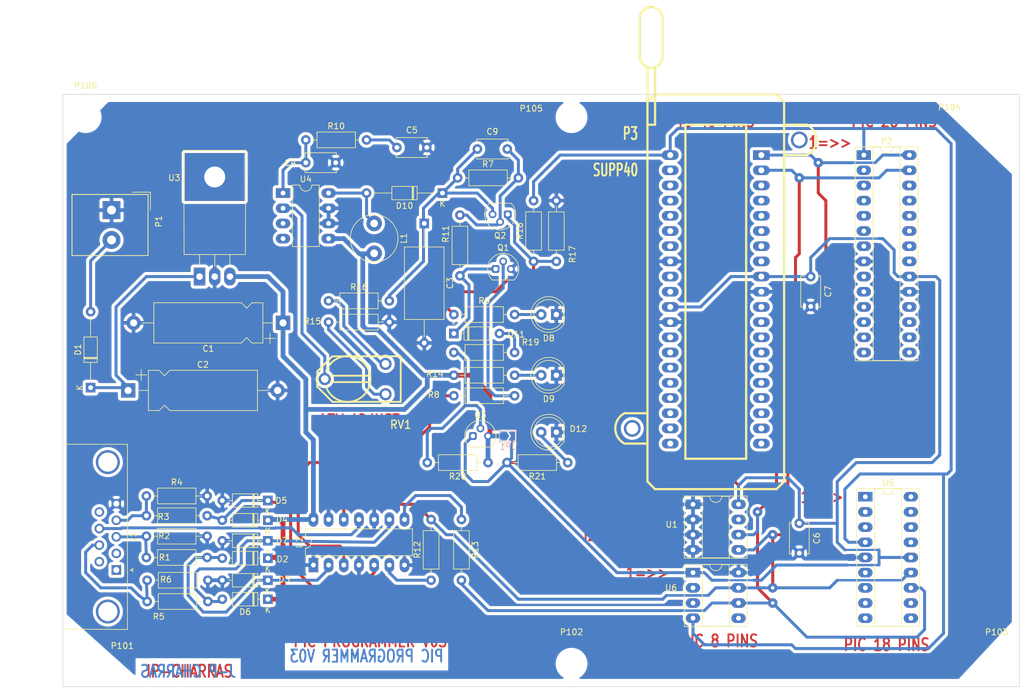
<source format=kicad_pcb>
(kicad_pcb (version 20210807) (generator pcbnew)
  (title_block (title "SERIAL PIC PROGRAMMER"))
  (layers (0 "F.Cu" signal "top_layer") (31 "B.Cu" signal "bottom_layer") (34 "B.Paste" user) (35 "F.Paste" user) (36 "B.SilkS" user "B.Silkscreen") (37 "F.SilkS" user "F.Silkscreen") (38 "B.Mask" user) (39 "F.Mask" user) (44 "Edge.Cuts" user))
  (net 0 "")
  (net 1 "/PC-CLOCK-OUT")
  (net 2 "GND")
  (net 3 "Net-(C2-Pad1)")
  (net 4 "Net-(C4-Pad1)")
  (net 5 "Net-(C5-Pad1)")
  (net 6 "Net-(C9-Pad2)")
  (net 7 "Net-(D11-Pad1)")
  (net 8 "Net-(D11-Pad2)")
  (net 9 "Net-(Q1-Pad2)")
  (net 10 "Net-(Q3-Pad2)")
  (net 11 "Net-(R12-Pad1)")
  (net 12 "Net-(R13-Pad1)")
  (net 13 "Net-(R15-Pad1)")
  (net 14 "Net-(R16-Pad1)")
  (net 15 "Net-(R8-Pad1)")
  (net 16 "Net-(RV1-Pad2)")
  (net 17 "VCC")
  (net 18 "VPP")
  (net 19 "Net-(D1-Pad2)")
  (net 20 "Net-(D4-Pad2)")
  (net 21 "Net-(D8-Pad2)")
  (net 22 "Net-(D9-Pad2)")
  (net 23 "Net-(D12-Pad2)")
  (net 24 "/pic_sockets/VCC_PIC")
  (net 25 "/CLOCK-RB6")
  (net 26 "/DATA-RB7")
  (net 27 "Net-(D2-Pad2)")
  (net 28 "Net-(D6-Pad2)")
  (net 29 "Net-(D10-Pad2)")
  (net 31 "/PC-DATA-IN")
  (net 32 "/PC-DATA-OUT")
  (net 33 "/VPP_ON")
  (net 34 "Net-(Q2-Pad1)")
  (net 38 "/VPP{slash}MCLR")
  (footprint "Capacitor_THT:CP_Axial_L18.0mm_D6.5mm_P25.00mm_Horizontal" (layer "F.Cu") (at 110.49 78.867 180)
    (fp_text reference "C1")
    (fp_text value "100µF")
  )
  (footprint "Capacitor_THT:CP_Axial_L18.0mm_D6.5mm_P25.00mm_Horizontal" (layer "F.Cu") (at 84.582 90.17)
    (fp_text reference "C2")
    (fp_text value "220uF")
  )
  (footprint "MountingHole:MountingHole_4.3mm_M4" (layer "F.Cu") (at 77.47 135.89)
    (fp_text reference "P101")
    (fp_text value "CONN_1")
  )
  (footprint "MountingHole:MountingHole_4.3mm_M4" (layer "F.Cu") (at 158.75 135.89)
    (fp_text reference "P102")
    (fp_text value "CONN_1")
  )
  (footprint "MountingHole:MountingHole_4.3mm_M4" (layer "F.Cu") (at 229.87 135.89)
    (fp_text reference "P103")
    (fp_text value "CONN_1")
  )
  (footprint "MountingHole:MountingHole_4.3mm_M4" (layer "F.Cu") (at 229.87 44.45)
    (fp_text reference "P104")
    (fp_text value "CONN_1")
  )
  (footprint "MountingHole:MountingHole_4.3mm_M4" (layer "F.Cu") (at 158.75 44.45)
    (fp_text reference "P105")
    (fp_text value "CONN_1")
  )
  (footprint "MountingHole:MountingHole_4.3mm_M4" (layer "F.Cu") (at 77.47 44.45)
    (fp_text reference "P106")
    (fp_text value "CONN_1")
  )
  (footprint "footprints:40tex-Ell600" (layer "F.Cu") (at 175.26 50.8)
    (fp_text reference "P3")
    (fp_text value "SUPP40")
  )
  (footprint "Package_DIP:DIP-8_W7.62mm_Socket_LongPads" (layer "F.Cu") (at 179.07 120.65)
    (fp_text reference "U6")
    (fp_text value "PIC_8_PINS")
  )
  (footprint "Package_DIP:DIP-8_W7.62mm_Socket_LongPads" (layer "F.Cu") (at 179.07 109.22)
    (fp_text reference "U1")
    (fp_text value "24Cxx")
  )
  (footprint "Package_DIP:DIP-8_W7.62mm_LongPads" (layer "F.Cu") (at 110.49 57.15)
    (fp_text reference "U4")
    (fp_text value "LT1373")
  )
  (footprint "Package_DIP:DIP-28_W7.62mm_Socket_LongPads" (layer "F.Cu") (at 207.645 50.8)
    (fp_text reference "P2")
    (fp_text value "SUPP28")
  )
  (footprint "Package_DIP:DIP-18_W7.62mm_Socket_LongPads" (layer "F.Cu") (at 207.899 107.95)
    (fp_text reference "U5")
    (fp_text value "PIC_18_PINS")
  )
  (footprint "Package_DIP:DIP-14_W7.62mm_LongPads" (layer "F.Cu") (at 115.57 119.38 90)
    (fp_text reference "U2")
    (fp_text value "74HC125")
  )
  (footprint "Diode_THT:D_DO-35_SOD27_P7.62mm_Horizontal" (layer "F.Cu") (at 107.95 118.237 180)
    (fp_text reference "D2")
    (fp_text value "BAT43")
  )
  (footprint "Diode_THT:D_DO-35_SOD27_P7.62mm_Horizontal" (layer "F.Cu") (at 107.95 121.92 180)
    (fp_text reference "D3")
    (fp_text value "BAT43")
  )
  (footprint "Diode_THT:D_DO-35_SOD27_P7.62mm_Horizontal" (layer "F.Cu") (at 107.95 111.887 180)
    (fp_text reference "D4")
    (fp_text value "BAT43")
  )
  (footprint "Diode_THT:D_DO-35_SOD27_P7.62mm_Horizontal" (layer "F.Cu") (at 107.95 108.585 180)
    (fp_text reference "D5")
    (fp_text value "BAT43")
  )
  (footprint "Diode_THT:D_DO-35_SOD27_P7.62mm_Horizontal" (layer "F.Cu") (at 139.065 80.645)
    (fp_text reference "D11")
    (fp_text value "BAT43")
  )
  (footprint "Diode_THT:D_DO-35_SOD27_P7.62mm_Horizontal" (layer "F.Cu") (at 107.95 115.316 180)
    (fp_text reference "D7")
    (fp_text value "BAT43")
  )
  (footprint "Diode_THT:D_DO-35_SOD27_P7.62mm_Horizontal" (layer "F.Cu") (at 107.95 125.095 180)
    (fp_text reference "D6")
    (fp_text value "BAT43")
  )
  (footprint "Connector_Dsub:DSUB-9_Female_Horizontal_P2.77x2.84mm_EdgePinOffset7.70mm_Housed_MountingHolesOffset9.12mm" (layer "F.Cu") (at 82.6 120.2 -90)
    (fp_text reference "J1")
    (fp_text value "DB9-FEMAL")
  )
  (footprint "Package_TO_SOT_THT:TO-92" (layer "F.Cu") (at 142.24 97.79)
    (fp_text reference "Q3")
    (fp_text value "BC307")
  )
  (footprint "Package_TO_SOT_THT:TO-92" (layer "F.Cu") (at 148.082 60.706 180)
    (fp_text reference "Q2")
    (fp_text value "BC307")
  )
  (footprint "Package_TO_SOT_THT:TO-92" (layer "F.Cu") (at 146.05 69.85)
    (fp_text reference "Q1")
    (fp_text value "BC237")
  )
  (footprint "Resistor_THT:R_Axial_DIN0207_L6.3mm_D2.5mm_P10.16mm_Horizontal" (layer "F.Cu") (at 152.4 68.58 90)
    (fp_text reference "R18")
    (fp_text value "220")
  )
  (footprint "Resistor_THT:R_Axial_DIN0207_L6.3mm_D2.5mm_P10.16mm_Horizontal" (layer "F.Cu") (at 114.3 48.26)
    (fp_text reference "R10")
    (fp_text value "5,1K")
  )
  (footprint "Resistor_THT:R_Axial_DIN0207_L6.3mm_D2.5mm_P10.16mm_Horizontal" (layer "F.Cu") (at 139.065 77.47)
    (fp_text reference "R9")
    (fp_text value "2.2K")
  )
  (footprint "Resistor_THT:R_Axial_DIN0207_L6.3mm_D2.5mm_P10.16mm_Horizontal" (layer "F.Cu") (at 87.63 118.11)
    (fp_text reference "R1")
    (fp_text value "10K")
  )
  (footprint "Resistor_THT:R_Axial_DIN0207_L6.3mm_D2.5mm_P10.16mm_Horizontal" (layer "F.Cu") (at 87.63 114.554)
    (fp_text reference "R2")
    (fp_text value "10K")
  )
  (footprint "Resistor_THT:R_Axial_DIN0207_L6.3mm_D2.5mm_P10.16mm_Horizontal" (layer "F.Cu") (at 87.63 111.125)
    (fp_text reference "R3")
    (fp_text value "10K")
  )
  (footprint "Resistor_THT:R_Axial_DIN0207_L6.3mm_D2.5mm_P10.16mm_Horizontal" (layer "F.Cu") (at 87.63 107.823)
    (fp_text reference "R4")
    (fp_text value "10K")
  )
  (footprint "Resistor_THT:R_Axial_DIN0207_L6.3mm_D2.5mm_P10.16mm_Horizontal" (layer "F.Cu") (at 87.757 125.476)
    (fp_text reference "R5")
    (fp_text value "10K")
  )
  (footprint "Resistor_THT:R_Axial_DIN0207_L6.3mm_D2.5mm_P10.16mm_Horizontal" (layer "F.Cu") (at 139.7 54.61)
    (fp_text reference "R7")
    (fp_text value "10K")
  )
  (footprint "Resistor_THT:R_Axial_DIN0207_L6.3mm_D2.5mm_P10.16mm_Horizontal" (layer "F.Cu") (at 87.757 121.92)
    (fp_text reference "R6")
    (fp_text value "10K")
  )
  (footprint "Resistor_THT:R_Axial_DIN0207_L6.3mm_D2.5mm_P10.16mm_Horizontal" (layer "F.Cu") (at 158.115 102.235 180)
    (fp_text reference "R21")
    (fp_text value "470")
  )
  (footprint "Resistor_THT:R_Axial_DIN0207_L6.3mm_D2.5mm_P10.16mm_Horizontal" (layer "F.Cu") (at 144.78 102.235 180)
    (fp_text reference "R20")
    (fp_text value "2.2K")
  )
  (footprint "Resistor_THT:R_Axial_DIN0207_L6.3mm_D2.5mm_P10.16mm_Horizontal" (layer "F.Cu") (at 149.225 83.82 180)
    (fp_text reference "R19")
    (fp_text value "2.2K")
  )
  (footprint "Resistor_THT:R_Axial_DIN0207_L6.3mm_D2.5mm_P10.16mm_Horizontal" (layer "F.Cu") (at 156.21 68.58 90)
    (fp_text reference "R17")
    (fp_text value "22K")
  )
  (footprint "Resistor_THT:R_Axial_DIN0207_L6.3mm_D2.5mm_P10.16mm_Horizontal" (layer "F.Cu") (at 118.11 75.184)
    (fp_text reference "R16")
    (fp_text value "62K")
  )
  (footprint "Resistor_THT:R_Axial_DIN0207_L6.3mm_D2.5mm_P10.16mm_Horizontal" (layer "F.Cu") (at 118.11 78.74)
    (fp_text reference "R15")
    (fp_text value "6.2K")
  )
  (footprint "Resistor_THT:R_Axial_DIN0207_L6.3mm_D2.5mm_P10.16mm_Horizontal" (layer "F.Cu") (at 139.065 87.63)
    (fp_text reference "R14")
    (fp_text value "470")
  )
  (footprint "Resistor_THT:R_Axial_DIN0207_L6.3mm_D2.5mm_P10.16mm_Horizontal" (layer "F.Cu") (at 140.335 111.76 -90)
    (fp_text reference "R13")
    (fp_text value "470")
  )
  (footprint "Resistor_THT:R_Axial_DIN0207_L6.3mm_D2.5mm_P10.16mm_Horizontal" (layer "F.Cu") (at 139.065 91.059)
    (fp_text reference "R8")
    (fp_text value "1K")
  )
  (footprint "Resistor_THT:R_Axial_DIN0207_L6.3mm_D2.5mm_P10.16mm_Horizontal" (layer "F.Cu") (at 135.255 121.92 90)
    (fp_text reference "R12")
    (fp_text value "470")
  )
  (footprint "LED_THT:LED_D5.0mm" (layer "F.Cu") (at 156.21 77.47 180)
    (fp_text reference "D8")
    (fp_text value "RED-LED")
  )
  (footprint "LED_THT:LED_D5.0mm" (layer "F.Cu") (at 156.21 87.63 180)
    (fp_text reference "D9")
    (fp_text value "GREEN-LED")
  )
  (footprint "LED_THT:LED_D5.0mm" (layer "F.Cu") (at 156.21 97.155 180)
    (fp_text reference "D12")
    (fp_text value "YELLOW-LED")
  )
  (footprint "Capacitor_THT:C_Disc_D5.1mm_W3.2mm_P5.00mm" (layer "F.Cu") (at 114.3 52.07)
    (fp_text reference "C4")
    (fp_text value "0")
  )
  (footprint "Capacitor_THT:C_Disc_D5.1mm_W3.2mm_P5.00mm" (layer "F.Cu") (at 129.54 49.53)
    (fp_text reference "C5")
    (fp_text value "10nF")
  )
  (footprint "Capacitor_THT:C_Disc_D5.1mm_W3.2mm_P5.00mm" (layer "F.Cu") (at 198.755 71.12 -90)
    (fp_text reference "C7")
    (fp_text value "100nF")
  )
  (footprint "Capacitor_THT:C_Disc_D5.1mm_W3.2mm_P5.00mm" (layer "F.Cu") (at 143.002 49.784)
    (fp_text reference "C9")
    (fp_text value "220nF")
  )
  (footprint "Capacitor_THT:C_Disc_D5.1mm_W3.2mm_P5.00mm" (layer "F.Cu") (at 196.85 112.395 -90)
    (fp_text reference "C6")
    (fp_text value "100nF")
  )
  (footprint "Diode_THT:D_DO-35_SOD27_P12.70mm_Horizontal" (layer "F.Cu") (at 137.16 57.15 180)
    (fp_text reference "D10")
    (fp_text value "SCHOTTKY")
  )
  (footprint "footprints:RV2X4" (layer "F.Cu") (at 127.635 90.805 180)
    (fp_text reference "RV1")
    (fp_text value "1K")
  )
  (footprint "TerminalBlock_Altech:Altech_AK300_1x02_P5.00mm_45-Degree" (layer "F.Cu") (at 81.8 60 -90)
    (fp_text reference "P1")
    (fp_text value "CONN_2")
  )
  (footprint "Package_TO_SOT_THT:TO-220-3_Horizontal_TabDown" (layer "F.Cu") (at 96.52 71.12)
    (fp_text reference "U3")
    (fp_text value "7805")
  )
  (footprint "Resistor_THT:R_Axial_DIN0207_L6.3mm_D2.5mm_P10.16mm_Horizontal" (layer "F.Cu") (at 140.081 70.993 90)
    (fp_text reference "R11")
    (fp_text value "22K")
  )
  (footprint "Capacitors_THT:C_Axial_L12.0mm_D6.5mm_P20.00mm_Horizontal" (layer "F.Cu") (at 134.112 62.23 -90)
    (fp_text reference "C3")
    (fp_text value "22uF/25V")
  )
  (footprint "Inductor_THT:L_Radial_D7.8mm_P5.00mm_Fastron_07HCP" (layer "F.Cu") (at 125.73 62.23 -90)
    (fp_text reference "L1")
    (fp_text value "22uH")
  )
  (footprint "Diode_THT:D_DO-35_SOD27_P12.70mm_Horizontal" (layer "F.Cu") (at 78.3 89.7 90)
    (fp_text reference "D1")
    (fp_text value "1N4004")
  )
  (footprint "Jumper:SolderJumper-2_P1.3mm_Open_TrianglePad1.0x1.5mm" (layer "B.Cu") (at 148.082 97.79)
    (fp_text reference "JP1")
    (fp_text value "JUMPER")
  )
  (gr_line (start 73.66 139.7) (end 73.66 40.64) (layer "Edge.Cuts") (width 0.1))
  (gr_line (start 173.99 40.64) (end 233.68 40.64) (layer "Edge.Cuts") (width 0.1))
  (gr_line (start 73.66 40.64) (end 173.99 40.64) (layer "Edge.Cuts") (width 0.1))
  (gr_line (start 233.68 139.7) (end 73.66 139.7) (layer "Edge.Cuts") (width 0.1))
  (gr_line (start 233.68 40.64) (end 233.68 139.7) (layer "Edge.Cuts") (width 0.1))
  (gr_text "+8/12V" (at 81.5 55.5) (layer "F.Cu") (effects (font (size 2.032 1.524) (thickness 0.3048))))
  (gr_text "VCC ON" (at 162.9 99.1) (layer "F.Cu") (effects (font (size 2.032 1.524) (thickness 0.3048))))
  (gr_text "JP-CHARRAS" (at 94.615 137.16) (layer "F.Cu") (effects (font (size 2.032 1.524) (thickness 0.3048))))
  (gr_text "1=>>" (at 167.64 48.895) (layer "F.Cu") (effects (font (size 2.032 1.524) (thickness 0.3048))))
  (gr_text "PWR ON" (at 163.83 88.9) (layer "F.Cu") (effects (font (size 2.032 1.524) (thickness 0.3048))))
  (gr_text "PIC PROGRAMMER V03" (at 125.095 132.08) (layer "F.Cu") (effects (font (size 2.032 1.524) (thickness 0.3048))))
  (gr_text "1=>>" (at 200.66 107.95) (layer "F.Cu") (effects (font (size 2.032 1.524) (thickness 0.3048))))
  (gr_text "PIC 18 PINS" (at 211.455 132.715) (layer "F.Cu") (effects (font (size 2.032 1.524) (thickness 0.3048))))
  (gr_text "I2C PROM" (at 166.37 114.3) (layer "F.Cu") (effects (font (size 2.032 1.524) (thickness 0.3048))))
  (gr_text "VPP ON" (at 163.195 80.645) (layer "F.Cu") (effects (font (size 2.032 1.524) (thickness 0.3048))))
  (gr_text "1=>>" (at 171.45 109.22) (layer "F.Cu") (effects (font (size 2.032 1.524) (thickness 0.3048))))
  (gr_text "13V ADJUST" (at 123.19 95.25) (layer "F.Cu") (effects (font (size 2.032 1.524) (thickness 0.3048))))
  (gr_text "PIC 8 PINS" (at 183.515 132.08) (layer "F.Cu") (effects (font (size 2.032 1.524) (thickness 0.3048))))
  (gr_text "PIC 28 PINS" (at 212.725 45.085) (layer "F.Cu") (effects (font (size 2.032 1.524) (thickness 0.3048))))
  (gr_text "1=>>" (at 171.45 120.65) (layer "F.Cu") (effects (font (size 2.032 1.524) (thickness 0.3048))))
  (gr_text "PIC 40 PINS" (at 182.245 45.085) (layer "F.Cu") (effects (font (size 2.032 1.524) (thickness 0.3048))))
  (gr_text "1=>>" (at 202 48.7) (layer "F.Cu") (effects (font (size 2.032 1.524) (thickness 0.3048))))
  (gr_text "J-P CHARRAS" (at 94.615 137.16) (layer "B.Cu") (effects (font (size 2.032 1.524) (thickness 0.3048)) (justify mirror)))
  (gr_text "PIC PROGRAMMER V03" (at 124.46 134.62) (layer "B.Cu") (effects (font (size 2.032 1.524) (thickness 0.3048)) (justify mirror)))
  (segment (start 85.09 123.19) (end 86.36 124.46) (width 0.5) (layer "B.Cu") (net 1))
  (segment (start 77.47 117.475) (end 77.47 120.65) (width 0.5) (layer "B.Cu") (net 1))
  (segment (start 78.62863 116.045) (end 77.47 117.20363) (width 0.5) (layer "B.Cu") (net 1))
  (segment (start 86.36 124.46) (end 87.757 125.476) (width 0.5) (layer "B.Cu") (net 1))
  (segment (start 80.01 123.19) (end 85.09 123.19) (width 0.5) (layer "B.Cu") (net 1))
  (segment (start 87.757 125.476) (end 87.63 121.92) (width 0.5) (layer "B.Cu") (net 1))
  (segment (start 79.76 116.045) (end 78.62863 116.045) (width 0.5) (layer "B.Cu") (net 1))
  (segment (start 77.47 120.65) (end 80.01 123.19) (width 0.5) (layer "B.Cu") (net 1))
  (segment (start 77.47 117.20363) (end 77.47 117.475) (width 0.5) (layer "B.Cu") (net 1))
  (segment (start 82.55 76.2) (end 87.63 71.12) (width 0.5) (layer "B.Cu") (net 3))
  (segment (start 84.112 89.7) (end 84.582 90.17) (width 0.5) (layer "B.Cu") (net 3))
  (segment (start 84.455 89.535) (end 82.55 87.63) (width 0.5) (layer "B.Cu") (net 3))
  (segment (start 78.3 89.7) (end 84.112 89.7) (width 0.5) (layer "B.Cu") (net 3))
  (segment (start 87.63 71.12) (end 96.52 71.12) (width 0.5) (layer "B.Cu") (net 3))
  (segment (start 82.55 87.63) (end 82.55 76.2) (width 0.5) (layer "B.Cu") (net 3))
  (segment (start 84.455 90.17) (end 84.455 89.535) (width 0.5) (layer "B.Cu") (net 3))
  (segment (start 114.3 48.26) (end 114.3 52.07) (width 0.5) (layer "B.Cu") (net 4))
  (segment (start 110.49 57.15) (end 110.49 53.34) (width 0.5) (layer "B.Cu") (net 4))
  (segment (start 110.49 53.34) (end 111.76 52.07) (width 0.5) (layer "B.Cu") (net 4))
  (segment (start 111.76 52.07) (end 114.3 52.07) (width 0.5) (layer "B.Cu") (net 4))
  (segment (start 124.46 48.26) (end 128.27 48.26) (width 0.5) (layer "B.Cu") (net 5))
  (segment (start 128.27 48.26) (end 129.54 49.53) (width 0.5) (layer "B.Cu") (net 5))
  (segment (start 149.86 51.642) (end 149.86 54.61) (width 0.5) (layer "B.Cu") (net 6))
  (segment (start 141.21237 60.833) (end 142.855369 62.475999) (width 0.5) (layer "B.Cu") (net 6))
  (segment (start 146.312001 62.475999) (end 146.812 61.976) (width 0.5) (layer "B.Cu") (net 6))
  (segment (start 146.812 57.658) (end 149.86 54.61) (width 0.5) (layer "B.Cu") (net 6))
  (segment (start 148.002 49.784) (end 149.86 51.642) (width 0.5) (layer "B.Cu") (net 6))
  (segment (start 146.812 61.976) (end 146.812 57.658) (width 0.5) (layer "B.Cu") (net 6))
  (segment (start 140.081 60.833) (end 141.21237 60.833) (width 0.5) (layer "B.Cu") (net 6))
  (segment (start 142.855369 62.475999) (end 146.312001 62.475999) (width 0.5) (layer "B.Cu") (net 6))
  (segment (start 141.605 72.517) (end 140.081 70.993) (width 0.5) (layer "B.Cu") (net 7))
  (segment (start 141.605 78.105) (end 141.605 72.517) (width 0.5) (layer "B.Cu") (net 7))
  (segment (start 141.224 69.85) (end 146.05 69.85) (width 0.5) (layer "B.Cu") (net 7))
  (segment (start 140.081 70.993) (end 141.224 69.85) (width 0.5) (layer "B.Cu") (net 7))
  (segment (start 139.065 80.645) (end 141.605 78.105) (width 0.5) (layer "B.Cu") (net 7))
  (segment (start 146.685 80.645) (end 148.59 80.645) (width 0.5) (layer "B.Cu") (net 8))
  (segment (start 148.59 80.645) (end 149.225 81.28) (width 0.5) (layer "B.Cu") (net 8))
  (segment (start 149.225 81.28) (end 149.225 83.82) (width 0.5) (layer "B.Cu") (net 8))
  (segment (start 145.923 91.059) (end 144.78 89.916) (width 0.5) (layer "B.Cu") (net 9))
  (segment (start 147.32 71.12) (end 147.32 68.58) (width 0.5) (layer "B.Cu") (net 9))
  (segment (start 147.32 73.025) (end 147.32 71.12) (width 0.5) (layer "B.Cu") (net 9))
  (segment (start 144.78 89.916) (end 144.78 75.565) (width 0.5) (layer "B.Cu") (net 9))
  (segment (start 144.78 75.565) (end 147.32 73.025) (width 0.5) (layer "B.Cu") (net 9))
  (segment (start 149.225 91.059) (end 145.923 91.059) (width 0.5) (layer "B.Cu") (net 9))
  (segment (start 135.255 96.52) (end 137.16 96.52) (width 0.5) (layer "B.Cu") (net 10))
  (segment (start 135.255 96.52) (end 134.62 97.155) (width 0.5) (layer "B.Cu") (net 10))
  (segment (start 143.51 93.345) (end 143.51 96.52) (width 0.5) (layer "B.Cu") (net 10))
  (segment (start 142.875 92.71) (end 143.51 93.345) (width 0.5) (layer "B.Cu") (net 10))
  (segment (start 134.62 97.155) (end 134.62 102.235) (width 0.5) (layer "B.Cu") (net 10))
  (segment (start 140.97 85.09) (end 139.7 83.82) (width 0.5) (layer "B.Cu") (net 10))
  (segment (start 140.97 85.09) (end 140.97 92.71) (width 0.5) (layer "B.Cu") (net 10))
  (segment (start 137.16 96.52) (end 140.97 92.71) (width 0.5) (layer "B.Cu") (net 10))
  (segment (start 139.7 83.82) (end 139.065 83.82) (width 0.5) (layer "B.Cu") (net 10))
  (segment (start 140.97 92.71) (end 142.875 92.71) (width 0.5) (layer "B.Cu") (net 10))
  (segment (start 128.27 119.38) (end 128.27 120.65) (width 0.5) (layer "B.Cu") (net 11))
  (segment (start 128.27 120.65) (end 129.54 121.92) (width 0.5) (layer "B.Cu") (net 11))
  (segment (start 129.54 121.92) (end 135.255 121.92) (width 0.5) (layer "B.Cu") (net 11))
  (segment (start 130.81 109.6264) (end 132.6896 107.7468) (width 0.5) (layer "B.Cu") (net 12))
  (segment (start 132.6896 107.7468) (end 138.4046 107.7468) (width 0.5) (layer "B.Cu") (net 12))
  (segment (start 138.4046 107.7468) (end 140.335 109.6772) (width 0.5) (layer "B.Cu") (net 12))
  (segment (start 140.335 109.6772) (end 140.335 111.76) (width 0.5) (layer "B.Cu") (net 12))
  (segment (start 130.81 111.76) (end 130.81 109.6264) (width 0.5) (layer "B.Cu") (net 12))
  (segment (start 118.11 80.01) (end 124.46 86.36) (width 0.5) (layer "B.Cu") (net 13))
  (segment (start 124.46 86.36) (end 124.46 89.535) (width 0.5) (layer "B.Cu") (net 13))
  (segment (start 125.73 90.805) (end 127.635 90.805) (width 0.5) (layer "B.Cu") (net 13))
  (segment (start 118.11 78.74) (end 118.11 80.01) (width 0.5) (layer "B.Cu") (net 13))
  (segment (start 124.46 89.535) (end 125.73 90.805) (width 0.5) (layer "B.Cu") (net 13))
  (segment (start 119.634 75.184) (end 120.65 76.2) (width 0.5) (layer "B.Cu") (net 14))
  (segment (start 120.65 79.375) (end 127 85.725) (width 0.5) (layer "B.Cu") (net 14))
  (segment (start 127 85.725) (end 127.635 85.725) (width 0.5) (layer "B.Cu") (net 14))
  (segment (start 118.11 75.184) (end 119.634 75.184) (width 0.5) (layer "B.Cu") (net 14))
  (segment (start 120.65 76.2) (end 120.65 79.375) (width 0.5) (layer "B.Cu") (net 14))
  (segment (start 135.001 96.266) (end 135.001 92.456) (width 0.5) (layer "F.Cu") (net 15))
  (segment (start 120.015 116.205) (end 114.935 116.205) (width 0.5) (layer "F.Cu") (net 15))
  (segment (start 114.935 102.235) (end 129.032 102.235) (width 0.5) (layer "F.Cu") (net 15))
  (segment (start 129.032 102.235) (end 135.001 96.266) (width 0.5) (layer "F.Cu") (net 15))
  (segment (start 136.398 91.059) (end 139.065 91.059) (width 0.5) (layer "F.Cu") (net 15))
  (segment (start 135.001 92.456) (end 136.398 91.059) (width 0.5) (layer "F.Cu") (net 15))
  (segment (start 113.03 104.14) (end 114.935 102.235) (width 0.5) (layer "F.Cu") (net 15))
  (segment (start 113.03 114.3) (end 113.03 104.14) (width 0.5) (layer "F.Cu") (net 15))
  (segment (start 120.65 116.84) (end 120.015 116.205) (width 0.5) (layer "F.Cu") (net 15))
  (segment (start 114.935 116.205) (end 113.03 114.3) (width 0.5) (layer "F.Cu") (net 15))
  (segment (start 120.65 119.38) (end 120.65 116.84) (width 0.5) (layer "F.Cu") (net 15))
  (segment (start 112.395 59.69) (end 113.665 60.96) (width 0.5) (layer "B.Cu") (net 16))
  (segment (start 110.49 59.69) (end 112.395 59.69) (width 0.5) (layer "B.Cu") (net 16))
  (segment (start 113.665 60.96) (end 113.665 80.645) (width 0.5) (layer "B.Cu") (net 16))
  (segment (start 117.475 84.455) (end 117.475 88.265) (width 0.5) (layer "B.Cu") (net 16))
  (segment (start 113.665 80.645) (end 117.475 84.455) (width 0.5) (layer "B.Cu") (net 16))
  (segment (start 110.49 124.155) (end 110.49 119.38) (width 0.8) (layer "F.Cu") (net 17))
  (segment (start 145.1 97.47) (end 144.78 97.79) (width 0.8) (layer "F.Cu") (net 17))
  (segment (start 141.986 87.63) (end 145.1 90.744) (width 0.8) (layer "F.Cu") (net 17))
  (segment (start 109.55 125.095) (end 110.49 124.155) (width 0.8) (layer "F.Cu") (net 17))
  (segment (start 145.1 90.744) (end 145.1 97.47) (width 0.8) (layer "F.Cu") (net 17))
  (segment (start 110.49 119.38) (end 109.22 118.11) (width 0.8) (layer "F.Cu") (net 17))
  (segment (start 107.95 125.095) (end 109.55 125.095) (width 0.8) (layer "F.Cu") (net 17))
  (segment (start 109.22 118.11) (end 107.95 118.11) (width 0.8) (layer "F.Cu") (net 17))
  (segment (start 109.855 111.76) (end 110.49 112.395) (width 0.8) (layer "F.Cu") (net 17))
  (segment (start 110.49 112.395) (end 110.49 116.84) (width 0.8) (layer "F.Cu") (net 17))
  (segment (start 107.95 111.76) (end 109.855 111.76) (width 0.8) (layer "F.Cu") (net 17))
  (segment (start 139.065 87.63) (end 141.986 87.63) (width 0.8) (layer "F.Cu") (net 17))
  (segment (start 110.49 116.84) (end 109.22 118.11) (width 0.8) (layer "F.Cu") (net 17))
  (segment (start 144.78 97.79) (end 144.78 97.917) (width 0.8) (layer "B.Cu") (net 17))
  (segment (start 124.46 80.01) (end 123.825 79.375) (width 0.8) (layer "B.Cu") (net 17))
  (segment (start 134.62 87.63) (end 133.985 87.63) (width 0.8) (layer "B.Cu") (net 17))
  (segment (start 107.95 111.76) (end 115.57 111.76) (width 0.8) (layer "B.Cu") (net 17))
  (segment (start 114.3 88.265) (end 114.3 93.345) (width 0.8) (layer "B.Cu") (net 17))
  (segment (start 110.49 78.74) (end 110.49 73.66) (width 0.8) (layer "B.Cu") (net 17))
  (segment (start 110.49 73.66) (end 107.95 71.12) (width 0.8) (layer "B.Cu") (net 17))
  (segment (start 123.825 67.31) (end 123.19 67.31) (width 0.8) (layer "B.Cu") (net 17))
  (segment (start 130.81 93.345) (end 134.62 89.535) (width 0.8) (layer "B.Cu") (net 17))
  (segment (start 147.447 97.79) (end 144.78 97.79) (width 0.8) (layer "B.Cu") (net 17))
  (segment (start 114.3 93.345) (end 114.3 97.155) (width 0.8) (layer "B.Cu") (net 17))
  (segment (start 115.57 111.76) (end 115.57 104.775) (width 0.8) (layer "B.Cu") (net 17))
  (segment (start 123.825 79.375) (end 123.825 67.31) (width 0.8) (layer "B.Cu") (net 17))
  (segment (start 110.49 84.455) (end 114.3 88.265) (width 0.8) (layer "B.Cu") (net 17))
  (segment (start 125.73 67.31) (end 123.825 67.31) (width 0.8) (layer "B.Cu") (net 17))
  (segment (start 133.985 87.63) (end 126.365 80.01) (width 0.8) (layer "B.Cu") (net 17))
  (segment (start 118.11 64.77) (end 120.65 64.77) (width 0.8) (layer "B.Cu") (net 17))
  (segment (start 115.57 98.425) (end 115.57 104.775) (width 0.8) (layer "B.Cu") (net 17))
  (segment (start 126.365 80.01) (end 124.46 80.01) (width 0.8) (layer "B.Cu") (net 17))
  (segment (start 114.3 97.155) (end 115.57 98.425) (width 0.8) (layer "B.Cu") (net 17))
  (segment (start 114.3 93.345) (end 130.81 93.345) (width 0.8) (layer "B.Cu") (net 17))
  (segment (start 139.065 87.63) (end 134.62 87.63) (width 0.8) (layer "B.Cu") (net 17))
  (segment (start 110.49 78.74) (end 110.49 84.455) (width 0.8) (layer "B.Cu") (net 17))
  (segment (start 123.19 67.31) (end 120.65 64.77) (width 0.8) (layer "B.Cu") (net 17))
  (segment (start 134.62 89.535) (end 134.62 87.63) (width 0.8) (layer "B.Cu") (net 17))
  (segment (start 101.6 71.12) (end 107.95 71.12) (width 0.8) (layer "B.Cu") (net 17))
  (segment (start 144.78 102.235) (end 144.78 97.917) (width 0.8) (layer "B.Cu") (net 17))
  (segment (start 139.7 54.61) (end 139.7 53.086) (width 0.5) (layer "B.Cu") (net 18))
  (segment (start 145.542 59.706) (end 142.986 57.15) (width 0.5) (layer "B.Cu") (net 18))
  (segment (start 137.16 57.15) (end 142.748 57.15) (width 0.5) (layer "B.Cu") (net 18))
  (segment (start 136.525 57.15) (end 137.16 57.15) (width 0.5) (layer "B.Cu") (net 18))
  (segment (start 133.985 68.58) (end 128.27 74.295) (width 0.5) (layer "B.Cu") (net 18))
  (segment (start 142.986 57.15) (end 142.748 57.15) (width 0.5) (layer "B.Cu") (net 18))
  (segment (start 139.7 53.086) (end 143.002 49.784) (width 0.5) (layer "B.Cu") (net 18))
  (segment (start 136.525 57.15) (end 133.985 59.69) (width 0.5) (layer "B.Cu") (net 18))
  (segment (start 133.985 62.23) (end 133.985 68.58) (width 0.5) (layer "B.Cu") (net 18))
  (segment (start 137.16 57.15) (end 139.7 54.61) (width 0.5) (layer "B.Cu") (net 18))
  (segment (start 145.542 60.706) (end 145.542 59.706) (width 0.5) (layer "B.Cu") (net 18))
  (segment (start 133.985 62.23) (end 133.985 59.69) (width 0.5) (layer "B.Cu") (net 18))
  (segment (start 128.27 74.295) (end 128.27 75.184) (width 0.5) (layer "B.Cu") (net 18))
  (segment (start 78.3 68.5) (end 78.3 77) (width 0.5) (layer "B.Cu") (net 19))
  (segment (start 81.8 65) (end 78.3 68.5) (width 0.5) (layer "B.Cu") (net 19))
  (segment (start 111.76 119.38) (end 115.57 123.19) (width 0.5) (layer "F.Cu") (net 20))
  (segment (start 125.73 120.65) (end 125.73 119.38) (width 0.5) (layer "F.Cu") (net 20))
  (segment (start 111.76 109.855) (end 111.76 119.38) (width 0.5) (layer "F.Cu") (net 20))
  (segment (start 115.57 123.19) (end 123.19 123.19) (width 0.5) (layer "F.Cu") (net 20))
  (segment (start 107.95 108.712) (end 111.125 109.22) (width 0.5) (layer "F.Cu") (net 20))
  (segment (start 111.125 109.22) (end 111.76 109.855) (width 0.5) (layer "F.Cu") (net 20))
  (segment (start 123.19 123.19) (end 125.73 120.65) (width 0.5) (layer "F.Cu") (net 20))
  (segment (start 107.95 108.585) (end 103.632 108.585) (width 0.5) (layer "B.Cu") (net 20))
  (segment (start 100.33 111.76) (end 97.79 111.125) (width 0.5) (layer "B.Cu") (net 20))
  (segment (start 103.632 108.585) (end 100.33 111.887) (width 0.5) (layer "B.Cu") (net 20))
  (segment (start 153.67 77.47) (end 149.225 77.47) (width 0.5) (layer "B.Cu") (net 21))
  (segment (start 153.67 87.63) (end 149.225 87.63) (width 0.5) (layer "B.Cu") (net 22))
  (segment (start 153.67 97.155) (end 153.67 97.79) (width 0.5) (layer "B.Cu") (net 23))
  (segment (start 153.67 97.79) (end 158.115 102.235) (width 0.5) (layer "B.Cu") (net 23))
  (segment (start 154.305 104.775) (end 151.765 102.235) (width 0.5) (layer "F.Cu") (net 24))
  (segment (start 151.765 102.235) (end 147.955 102.235) (width 0.5) (layer "F.Cu") (net 24))
  (segment (start 185.42 104.775) (end 186.69 106.045) (width 0.5) (layer "F.Cu") (net 24))
  (segment (start 186.69 109.22) (end 186.69 106.045) (width 0.5) (layer "F.Cu") (net 24))
  (segment (start 170.18 104.775) (end 154.305 104.775) (width 0.5) (layer "F.Cu") (net 24))
  (segment (start 170.18 104.775) (end 185.42 104.775) (width 0.5) (layer "F.Cu") (net 24))
  (segment (start 184.7 121.92) (end 189.23 121.92) (width 0.35) (layer "B.Cu") (net 24))
  (segment (start 204.47 116.84) (end 210.185 116.84) (width 0.35) (layer "B.Cu") (net 24))
  (segment (start 148.717 101.473) (end 147.955 102.235) (width 0.5) (layer "B.Cu") (net 24))
  (segment (start 148.717 99.314) (end 148.717 101.473) (width 0.5) (layer "B.Cu") (net 24))
  (segment (start 206.375 102.235) (end 219.075 102.235) (width 0.5) (layer "B.Cu") (net 24))
  (segment (start 212.725 70.485) (end 213.36 71.12) (width 0.5) (layer "B.Cu") (net 24))
  (segment (start 212.725 66.675) (end 212.725 70.485) (width 0.5) (layer "B.Cu") (net 24))
  (segment (start 204.724 119.38) (end 193.04 119.38) (width 0.5) (layer "B.Cu") (net 24))
  (segment (start 210.185 118.11) (end 210.185 116.84) (width 0.5) (layer "B.Cu") (net 24))
  (segment (start 220.345 71.755) (end 219.71 71.12) (width 0.5) (layer "B.Cu") (net 24))
  (segment (start 220.345 100.965) (end 220.345 71.755) (width 0.5) (layer "B.Cu") (net 24))
  (segment (start 204.73401 119.39001) (end 204.724 119.38) (width 0.5) (layer "B.Cu") (net 24))
  (segment (start 179.07 120.65) (end 166.37 120.65) (width 0.5) (layer "B.Cu") (net 24))
  (segment (start 190.5 71.12) (end 198.755 71.12) (width 0.5) (layer "B.Cu") (net 24))
  (segment (start 186.69 106.045) (end 187.96 104.775) (width 0.5) (layer "B.Cu") (net 24))
  (segment (start 196.85 112.395) (end 196.85 106.68) (width 0.5) (layer "B.Cu") (net 24))
  (segment (start 166.37 120.65) (end 147.955 102.235) (width 0.5) (layer "B.Cu") (net 24))
  (segment (start 142.24 105.41) (end 144.78 105.41) (width 0.5) (layer "B.Cu") (net 24))
  (segment (start 193.04 119.38) (end 190.5 121.92) (width 0.5) (layer "B.Cu") (net 24))
  (segment (start 198.755 67.945) (end 201.93 64.77) (width 0.5) (layer "B.Cu") (net 24))
  (segment (start 182.245 121.92) (end 184.7 121.92) (width 0.5) (layer "B.Cu") (net 24))
  (segment (start 213.36 71.12) (end 215.265 71.12) (width 0.5) (layer "B.Cu") (net 24))
  (segment (start 196.85 106.68) (end 194.945 104.775) (width 0.5) (layer "B.Cu") (net 24))
  (segment (start 208.839207 119.38) (end 208.829197 119.39001) (width 0.4) (layer "B.Cu") (net 24))
  (segment (start 140.97 99.06) (end 142.24 97.79) (width 0.5) (layer "B.Cu") (net 24))
  (segment (start 148.807 97.79) (end 148.807 99.224) (width 0.4) (layer "B.Cu") (net 24))
  (segment (start 140.97 99.06) (end 140.97 104.14) (width 0.5) (layer "B.Cu") (net 24))
  (segment (start 203.2 105.41) (end 206.375 102.235) (width 0.5) (layer "B.Cu") (net 24))
  (segment (start 203.2 105.41) (end 203.2 112.395) (width 0.5) (layer "B.Cu") (net 24))
  (segment (start 210.185 64.77) (end 210.82 64.77) (width 0.5) (layer "B.Cu") (net 24))
  (segment (start 180.34 76.2) (end 185.42 71.12) (width 0.5) (layer "B.Cu") (net 24))
  (segment (start 219.075 102.235) (end 220.345 100.965) (width 0.5) (layer "B.Cu") (net 24))
  (segment (start 208.829197 119.39001) (end 204.73401 119.39001) (width 0.4) (layer "B.Cu") (net 24))
  (segment (start 203.2 112.395) (end 203.2 115.57) (width 0.5) (layer "B.Cu") (net 24))
  (segment (start 187.96 104.775) (end 194.945 104.775) (width 0.5) (layer "B.Cu") (net 24))
  (segment (start 210.185 119.38) (end 210.185 118.11) (width 0.5) (layer "B.Cu") (net 24))
  (segment (start 148.807 98.642) (end 148.807 97.79) (width 0.4) (layer "B.Cu") (net 24))
  (segment (start 140.97 104.14) (end 142.24 105.41) (width 0.5) (layer "B.Cu") (net 24))
  (segment (start 198.755 71.12) (end 198.755 67.945) (width 0.5) (layer "B.Cu") (net 24))
  (segment (start 175.26 76.2) (end 180.34 76.2) (width 0.5) (layer "B.Cu") (net 24))
  (segment (start 210.82 64.77) (end 212.725 66.675) (width 0.5) (layer "B.Cu") (net 24))
  (segment (start 210.185 118.11) (end 215.265 118.11) (width 0.5) (layer "B.Cu") (net 24))
  (segment (start 205.74 64.77) (end 210.185 64.77) (width 0.4) (layer "B.Cu") (net 24))
  (segment (start 190.5 121.92) (end 189.23 121.92) (width 0.5) (layer "B.Cu") (net 24))
  (segment (start 186.69 109.22) (end 186.69 106.045) (width 0.5) (layer "B.Cu") (net 24))
  (segment (start 196.85 112.395) (end 203.2 112.395) (width 0.5) (layer "B.Cu") (net 24))
  (segment (start 210.185 119.38) (end 208.839207 119.38) (width 0.4) (layer "B.Cu") (net 24))
  (segment (start 201.93 64.77) (end 205.74 64.77) (width 0.5) (layer "B.Cu") (net 24))
  (segment (start 144.78 105.41) (end 147.955 102.235) (width 0.5) (layer "B.Cu") (net 24))
  (segment (start 203.2 115.57) (end 204.47 116.84) (width 0.5) (layer "B.Cu") (net 24))
  (segment (start 185.42 71.12) (end 190.5 71.12) (width 0.5) (layer "B.Cu") (net 24))
  (segment (start 179.07 120.65) (end 180.975 120.65) (width 0.5) (layer "B.Cu") (net 24))
  (segment (start 180.975 120.65) (end 182.245 121.92) (width 0.5) (layer "B.Cu") (net 24))
  (segment (start 148.807 99.224) (end 148.717 99.314) (width 0.4) (layer "B.Cu") (net 24))
  (segment (start 219.71 71.12) (end 215.265 71.12) (width 0.5) (layer "B.Cu") (net 24))
  (segment (start 189.865 123.19) (end 192.405 125.73) (width 0.5) (layer "F.Cu") (net 25))
  (segment (start 193.04 75.565) (end 196.215 72.39) (width 0.5) (layer "F.Cu") (net 25))
  (segment (start 196.85 67.31) (end 196.85 54.61) (width 0.5) (layer "F.Cu") (net 25))
  (segment (start 196.215 72.39) (end 196.215 67.945) (width 0.5) (layer "F.Cu") (net 25))
  (segment (start 193.04 107.315) (end 189.865 110.49) (width 0.5) (layer "F.Cu") (net 25))
  (segment (start 189.865 110.49) (end 189.865 123.19) (width 0.5) (layer "F.Cu") (net 25))
  (segment (start 196.215 67.945) (end 196.85 67.31) (width 0.5) (layer "F.Cu") (net 25))
  (segment (start 193.04 107.315) (end 193.04 75.565) (width 0.5) (layer "F.Cu") (net 25))
  (via (at 189.865 110.49) (size 1.6) (drill 0.6) (layers "F.Cu" "B.Cu") (net 25))
  (via (at 192.405 125.73) (size 1.6) (drill 0.6) (layers "F.Cu" "B.Cu") (net 25))
  (via (at 196.85 54.61) (size 1.6) (drill 0.6) (layers "F.Cu" "B.Cu") (net 25))
  (segment (start 182.245 125.73) (end 186.69 125.73) (width 0.5) (layer "B.Cu") (net 25))
  (segment (start 195.58 53.34) (end 196.85 54.61) (width 0.5) (layer "B.Cu") (net 25))
  (segment (start 190.5 53.34) (end 195.58 53.34) (width 0.5) (layer "B.Cu") (net 25))
  (segment (start 216.535 131.445) (end 217.805 130.175) (width 0.5) (layer "B.Cu") (net 25))
  (segment (start 211.455 53.34) (end 215.265 53.34) (width 0.5) (layer "B.Cu") (net 25))
  (segment (start 189.23 114.3) (end 186.69 114.3) (width 0.5) (layer "B.Cu") (net 25))
  (segment (start 182.245 125.73) (end 180.975 127) (width 0.5) (layer "B.Cu") (net 25))
  (segment (start 205.74 54.61) (end 208.915 54.61) (width 0.4318) (layer "B.Cu") (net 25))
  (segment (start 211.455 53.34) (end 210.185 54.61) (width 0.5) (layer "B.Cu") (net 25))
  (segment (start 140.335 122.555) (end 144.78 127) (width 0.5) (layer "B.Cu") (net 25))
  (segment (start 210.185 54.61) (end 208.915 54.61) (width 0.5) (layer "B.Cu") (net 25))
  (segment (start 217.805 123.825) (end 217.17 123.19) (width 0.5) (layer "B.Cu") (net 25))
  (segment (start 196.85 54.61) (end 205.74 54.61) (width 0.5) (layer "B.Cu") (net 25))
  (segment (start 140.335 121.92) (end 140.335 122.555) (width 0.5) (layer "B.Cu") (net 25))
  (segment (start 217.17 123.19) (end 215.265 123.19) (width 0.5) (layer "B.Cu") (net 25))
  (segment (start 144.78 127) (end 177.165 127) (width 0.5) (layer "B.Cu") (net 25))
  (segment (start 189.865 110.49) (end 189.865 113.665) (width 0.5) (layer "B.Cu") (net 25))
  (segment (start 217.805 130.175) (end 217.805 123.825) (width 0.5) (layer "B.Cu") (net 25))
  (segment (start 192.405 125.73) (end 198.12 131.445) (width 0.5) (layer "B.Cu") (net 25))
  (segment (start 198.12 131.445) (end 216.535 131.445) (width 0.5) (layer "B.Cu") (net 25))
  (segment (start 186.69 125.73) (end 192.405 125.73) (width 0.5) (layer "B.Cu") (net 25))
  (segment (start 189.865 113.665) (end 189.23 114.3) (width 0.5) (layer "B.Cu") (net 25))
  (segment (start 177.165 127) (end 180.975 127) (width 0.4318) (layer "B.Cu") (net 25))
  (segment (start 201.295 85.09) (end 194.945 91.44) (width 0.5) (layer "F.Cu") (net 26))
  (segment (start 194.945 91.44) (end 194.945 113.665) (width 0.5) (layer "F.Cu") (net 26))
  (segment (start 200.025 57.15) (end 200.025 52.07) (width 0.5) (layer "F.Cu") (net 26))
  (segment (start 201.295 58.42) (end 201.295 85.09) (width 0.5) (layer "F.Cu") (net 26))
  (segment (start 120.65 109.855) (end 121.285 109.22) (width 0.5) (layer "F.Cu") (net 26))
  (segment (start 192.405 114.3) (end 192.405 123.19) (width 0.5) (layer "F.Cu") (net 26))
  (segment (start 120.65 111.76) (end 120.65 109.855) (width 0.5) (layer "F.Cu") (net 26))
  (segment (start 194.945 113.665) (end 194.31 114.3) (width 0.5) (layer "F.Cu") (net 26))
  (segment (start 132.715 109.22) (end 135.255 111.76) (width 0.5) (layer "F.Cu") (net 26))
  (segment (start 194.31 114.3) (end 192.405 114.3) (width 0.5) (layer "F.Cu") (net 26))
  (segment (start 200.025 57.15) (end 201.295 58.42) (width 0.5) (layer "F.Cu") (net 26))
  (segment (start 121.285 109.22) (end 132.715 109.22) (width 0.5) (layer "F.Cu") (net 26))
  (via (at 200.025 52.07) (size 1.6) (drill 0.6) (layers "F.Cu" "B.Cu") (net 26))
  (via (at 192.405 123.19) (size 1.6) (drill 0.6) (layers "F.Cu" "B.Cu") (net 26))
  (via (at 192.405 114.3) (size 1.6) (drill 0.6) (layers "F.Cu" "B.Cu") (net 26))
  (segment (start 215.265 50.8) (end 210.82 50.8) (width 0.5) (layer "B.Cu") (net 26))
  (segment (start 209.55 52.07) (end 210.82 50.8) (width 0.5) (layer "B.Cu") (net 26))
  (segment (start 203.2 121.92) (end 213.995 121.92) (width 0.4) (layer "B.Cu") (net 26))
  (segment (start 201.93 123.19) (end 203.2 121.92) (width 0.5) (layer "B.Cu") (net 26))
  (segment (start 173.99 125.095) (end 174.625 124.46) (width 0.5) (layer "B.Cu") (net 26))
  (segment (start 181.61 124.46) (end 182.88 123.19) (width 0.5) (layer "B.Cu") (net 26))
  (segment (start 135.255 111.76) (end 137.795 114.3) (width 0.5) (layer "B.Cu") (net 26))
  (segment (start 205.74 52.07) (end 209.55 52.07) (width 0.4318) (layer "B.Cu") (net 26))
  (segment (start 200.025 52.07) (end 205.74 52.07) (width 0.5) (layer "B.Cu") (net 26))
  (segment (start 189.23 116.84) (end 186.69 116.84) (width 0.5) (layer "B.Cu") (net 26))
  (segment (start 182.88 123.19) (end 186.69 123.19) (width 0.5) (layer "B.Cu") (net 26))
  (segment (start 192.405 114.3) (end 191.77 114.3) (width 0.5) (layer "B.Cu") (net 26))
  (segment (start 186.69 123.19) (end 192.405 123.19) (width 0.5) (layer "B.Cu") (net 26))
  (segment (start 192.405 123.19) (end 201.93 123.19) (width 0.5) (layer "B.Cu") (net 26))
  (segment (start 198.755 50.8) (end 200.025 52.07) (width 0.5) (layer "B.Cu") (net 26))
  (segment (start 190.5 50.8) (end 198.755 50.8) (width 0.5) (layer "B.Cu") (net 26))
  (segment (start 139.065 114.3) (end 149.86 125.095) (width 0.5) (layer "B.Cu") (net 26))
  (segment (start 149.86 125.095) (end 173.99 125.095) (width 0.5) (layer "B.Cu") (net 26))
  (segment (start 174.625 124.46) (end 181.61 124.46) (width 0.4318) (layer "B.Cu") (net 26))
  (segment (start 213.995 121.92) (end 215.265 120.65) (width 0.5) (layer "B.Cu") (net 26))
  (segment (start 191.77 114.3) (end 189.23 116.84) (width 0.5) (layer "B.Cu") (net 26))
  (segment (start 137.795 114.3) (end 139.065 114.3) (width 0.5) (layer "B.Cu") (net 26))
  (segment (start 106.045 121.92) (end 107.95 121.92) (width 0.5) (layer "B.Cu") (net 27))
  (segment (start 95.885 118.11) (end 94.615 119.38) (width 0.5) (layer "B.Cu") (net 27))
  (segment (start 97.79 118.11) (end 95.885 118.11) (width 0.5) (layer "B.Cu") (net 27))
  (segment (start 107.95 121.92) (end 116.205 121.92) (width 0.5) (layer "B.Cu") (net 27))
  (segment (start 97.155 127.254) (end 100.965 127.254) (width 0.5) (layer "B.Cu") (net 27))
  (segment (start 118.11 120.015) (end 118.11 119.38) (width 0.5) (layer "B.Cu") (net 27))
  (segment (start 94.615 124.46) (end 97.155 127.254) (width 0.5) (layer "B.Cu") (net 27))
  (segment (start 94.615 119.38) (end 94.615 124.46) (width 0.5) (layer "B.Cu") (net 27))
  (segment (start 116.205 121.92) (end 118.11 120.015) (width 0.5) (layer "B.Cu") (net 27))
  (segment (start 100.33 118.11) (end 97.79 118.11) (width 0.5) (layer "B.Cu") (net 27))
  (segment (start 100.965 127.254) (end 106.045 121.92) (width 0.5) (layer "B.Cu") (net 27))
  (segment (start 99.949 125.476) (end 100.33 125.095) (width 0.5) (layer "B.Cu") (net 28))
  (segment (start 95.885 123.444) (end 97.917 125.476) (width 0.5) (layer "B.Cu") (net 28))
  (segment (start 102.616 120.015) (end 103.505 119.126) (width 0.5) (layer "B.Cu") (net 28))
  (segment (start 97.917 125.476) (end 99.949 125.476) (width 0.5) (layer "B.Cu") (net 28))
  (segment (start 128.27 111.76) (end 128.27 113.03) (width 0.5) (layer "B.Cu") (net 28))
  (segment (start 96.52 120.015) (end 102.616 120.015) (width 0.5) (layer "B.Cu") (net 28))
  (segment (start 95.885 122.555) (end 95.885 123.444) (width 0.5) (layer "B.Cu") (net 28))
  (segment (start 103.505 116.332) (end 104.521 115.316) (width 0.5) (layer "B.Cu") (net 28))
  (segment (start 128.27 113.03) (end 125.73 115.57) (width 0.5) (layer "B.Cu") (net 28))
  (segment (start 104.521 115.316) (end 107.95 115.316) (width 0.5) (layer "B.Cu") (net 28))
  (segment (start 107.95 115.316) (end 125.73 115.57) (width 0.5) (layer "B.Cu") (net 28))
  (segment (start 95.885 120.65) (end 96.52 120.015) (width 0.5) (layer "B.Cu") (net 28))
  (segment (start 103.505 119.126) (end 103.505 116.332) (width 0.5) (layer "B.Cu") (net 28))
  (segment (start 95.885 122.555) (end 95.885 120.65) (width 0.5) (layer "B.Cu") (net 28))
  (segment (start 118.11 57.15) (end 124.46 57.15) (width 0.5) (layer "B.Cu") (net 29))
  (segment (start 124.46 60.96) (end 125.73 62.23) (width 0.5) (layer "B.Cu") (net 29))
  (segment (start 124.46 57.15) (end 124.46 60.96) (width 0.5) (layer "B.Cu") (net 29))
  (segment (start 123.19 113.03) (end 123.19 111.76) (width 0.5) (layer "B.Cu") (net 31))
  (segment (start 121.92 114.3) (end 123.19 113.03) (width 0.5) (layer "B.Cu") (net 31))
  (segment (start 84.963 113.157) (end 99.675998 113.157) (width 0.5) (layer "B.Cu") (net 31))
  (segment (start 106.665998 113.157) (end 106.725999 113.217001) (width 0.5) (layer "B.Cu") (net 31))
  (segment (start 106.725999 113.217001) (end 109.174001 113.217001) (width 0.5) (layer "B.Cu") (net 31))
  (segment (start 113.03 114.3) (end 121.92 114.3) (width 0.5) (layer "B.Cu") (net 31))
  (segment (start 100.984002 113.157) (end 106.665998 113.157) (width 0.5) (layer "B.Cu") (net 31))
  (segment (start 83.543 113.157) (end 83.425 113.275) (width 0.5) (layer "B.Cu") (net 31))
  (segment (start 84.963 113.157) (end 83.543 113.157) (width 0.5) (layer "B.Cu") (net 31))
  (segment (start 109.174001 113.217001) (end 109.234002 113.157) (width 0.5) (layer "B.Cu") (net 31))
  (segment (start 109.234002 113.157) (end 111.887 113.157) (width 0.5) (layer "B.Cu") (net 31))
  (segment (start 100.954001 113.187001) (end 100.984002 113.157) (width 0.5) (layer "B.Cu") (net 31))
  (segment (start 99.705999 113.187001) (end 100.954001 113.187001) (width 0.5) (layer "B.Cu") (net 31))
  (segment (start 99.675998 113.157) (end 99.705999 113.187001) (width 0.5) (layer "B.Cu") (net 31))
  (segment (start 111.887 113.157) (end 113.03 114.3) (width 0.5) (layer "B.Cu") (net 31))
  (segment (start 83.425 113.275) (end 79.76 113.275) (width 0.5) (layer "B.Cu") (net 31))
  (segment (start 84.51237 111.89) (end 82.6 111.89) (width 0.5) (layer "B.Cu") (net 32))
  (segment (start 85.27737 111.125) (end 84.51237 111.89) (width 0.5) (layer "B.Cu") (net 32))
  (segment (start 87.63 111.125) (end 85.27737 111.125) (width 0.5) (layer "B.Cu") (net 32))
  (segment (start 87.63 111.125) (end 87.63 107.823) (width 0.5) (layer "B.Cu") (net 32))
  (segment (start 82.6 114.66) (end 87.524 114.66) (width 0.5) (layer "B.Cu") (net 33))
  (segment (start 87.524 114.66) (end 87.63 114.554) (width 0.5) (layer "B.Cu") (net 33))
  (segment (start 87.63 118.11) (end 87.503 114.554) (width 0.5) (layer "B.Cu") (net 33))
  (segment (start 150.495 71.755) (end 152.4 69.85) (width 0.5) (layer "F.Cu") (net 34))
  (segment (start 139.065 73.66) (end 146.05 73.66) (width 0.5) (layer "F.Cu") (net 34))
  (segment (start 137.795 74.93) (end 137.795 76.2) (width 0.5) (layer "F.Cu") (net 34))
  (segment (start 146.05 73.66) (end 147.955 71.755) (width 0.5) (layer "F.Cu") (net 34))
  (segment (start 147.955 71.755) (end 150.495 71.755) (width 0.5) (layer "F.Cu") (net 34))
  (segment (start 137.795 74.93) (end 139.065 73.66) (width 0.5) (layer "F.Cu") (net 34))
  (segment (start 152.4 68.58) (end 152.4 69.85) (width 0.5) (layer "F.Cu") (net 34))
  (segment (start 137.795 76.2) (end 139.065 77.47) (width 0.5) (layer "F.Cu") (net 34))
  (segment (start 152.4 68.58) (end 156.21 68.58) (width 0.5) (layer "B.Cu") (net 34))
  (segment (start 149.225 62.556106) (end 149.225 65.405) (width 0.5) (layer "B.Cu") (net 34))
  (segment (start 148.082 61.413106) (end 149.225 62.556106) (width 0.5) (layer "B.Cu") (net 34))
  (segment (start 149.225 65.405) (end 152.4 68.58) (width 0.5) (layer "B.Cu") (net 34))
  (segment (start 148.082 60.706) (end 148.082 61.413106) (width 0.5) (layer "B.Cu") (net 34))
  (segment (start 195.58 132.715) (end 196.215 133.35) (width 0.5) (layer "B.Cu") (net 38))
  (segment (start 175.26 50.8) (end 175.26 47.625) (width 0.5) (layer "B.Cu") (net 38))
  (segment (start 207.645 115.57) (end 205.105 115.57) (width 0.5) (layer "B.Cu") (net 38))
  (segment (start 156.845 50.8) (end 175.26 50.8) (width 0.5) (layer "B.Cu") (net 38))
  (segment (start 196.215 133.35) (end 218.44 133.35) (width 0.5) (layer "B.Cu") (net 38))
  (segment (start 207.645 50.8) (end 207.645 46.355) (width 0.5) (layer "B.Cu") (net 38))
  (segment (start 220.98 130.81) (end 220.98 104.14) (width 0.5) (layer "B.Cu") (net 38))
  (segment (start 219.71 46.355) (end 207.645 46.355) (width 0.5) (layer "B.Cu") (net 38))
  (segment (start 207.645 46.355) (end 176.53 46.355) (width 0.5) (layer "B.Cu") (net 38))
  (segment (start 175.26 47.625) (end 176.53 46.355) (width 0.5) (layer "B.Cu") (net 38))
  (segment (start 205.105 115.57) (end 204.47 114.935) (width 0.5) (layer "B.Cu") (net 38))
  (segment (start 204.47 106.68) (end 207.01 104.14) (width 0.5) (layer "B.Cu") (net 38))
  (segment (start 204.47 114.935) (end 204.47 106.68) (width 0.5) (layer "B.Cu") (net 38))
  (segment (start 221.615 104.14) (end 220.98 104.14) (width 0.5) (layer "B.Cu") (net 38))
  (segment (start 221.615 104.14) (end 222.25 103.505) (width 0.5) (layer "B.Cu") (net 38))
  (segment (start 195.58 132.715) (end 180.975 132.715) (width 0.5) (layer "B.Cu") (net 38))
  (segment (start 222.25 48.895) (end 219.71 46.355) (width 0.5) (layer "B.Cu") (net 38))
  (segment (start 179.07 130.81) (end 179.07 128.27) (width 0.5) (layer "B.Cu") (net 38))
  (segment (start 222.25 48.895) (end 222.25 103.505) (width 0.5) (layer "B.Cu") (net 38))
  (segment (start 179.07 130.81) (end 180.975 132.715) (width 0.5) (layer "B.Cu") (net 38))
  (segment (start 156.845 50.8) (end 152.4 55.245) (width 0.5) (layer "B.Cu") (net 38))
  (segment (start 207.01 104.14) (end 220.98 104.14) (width 0.5) (layer "B.Cu") (net 38))
  (segment (start 152.4 55.245) (end 152.4 58.42) (width 0.5) (layer "B.Cu") (net 38))
  (segment (start 218.44 133.35) (end 220.98 130.81) (width 0.5) (layer "B.Cu") (net 38))
  (zone (net 2) (net_name "GND") (layer "B.Cu") (connect_pads (clearance 0.508)) (min_thickness 0.3) (fill yes (thermal_gap 0.508) (thermal_bridge_width 0.635))
    (polygon (pts (xy 223.52 138.43) (xy 232.41 128.905) (xy 232.41 53.975) (xy 219.71 41.91) (xy 81.28 41.91) (xy 74.295 48.895) (xy 74.295 127.635) (xy 86.36 138.43)))
  )
)
</source>
